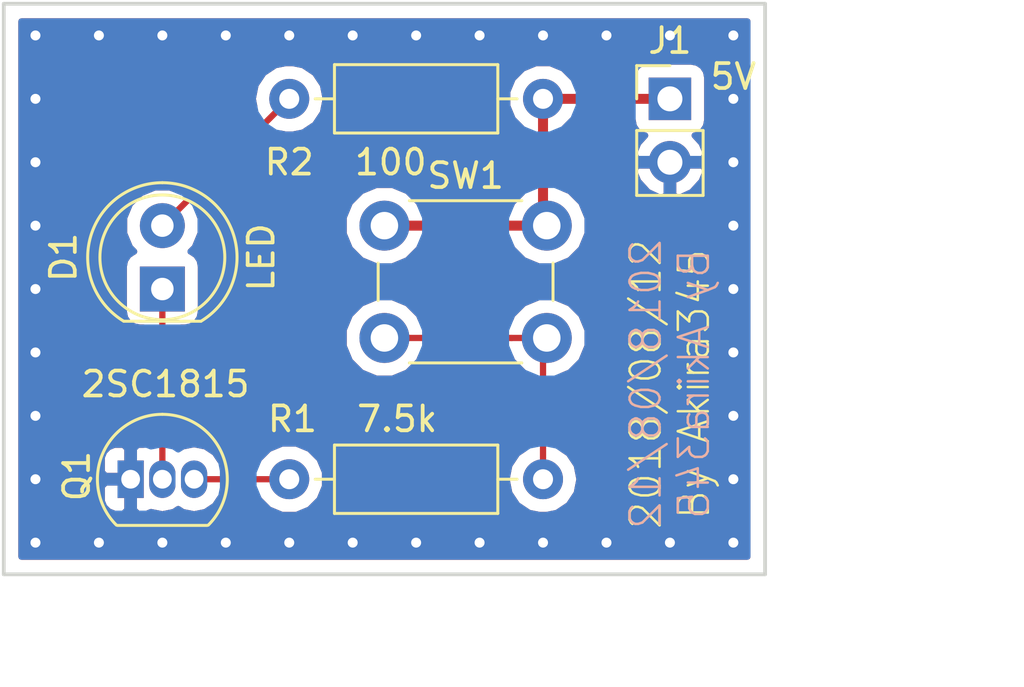
<source format=kicad_pcb>
(kicad_pcb (version 20171130) (host pcbnew "(5.0.0)")

  (general
    (thickness 1.6)
    (drawings 9)
    (tracks 50)
    (zones 0)
    (modules 6)
    (nets 7)
  )

  (page A4)
  (layers
    (0 F.Cu signal)
    (31 B.Cu signal)
    (32 B.Adhes user)
    (33 F.Adhes user)
    (34 B.Paste user)
    (35 F.Paste user)
    (36 B.SilkS user)
    (37 F.SilkS user)
    (38 B.Mask user)
    (39 F.Mask user)
    (40 Dwgs.User user)
    (41 Cmts.User user)
    (42 Eco1.User user)
    (43 Eco2.User user)
    (44 Edge.Cuts user)
    (45 Margin user)
    (46 B.CrtYd user)
    (47 F.CrtYd user)
    (48 B.Fab user)
    (49 F.Fab user)
  )

  (setup
    (last_trace_width 0.25)
    (trace_clearance 0.2)
    (zone_clearance 0.508)
    (zone_45_only no)
    (trace_min 0.2)
    (segment_width 0.2)
    (edge_width 0.15)
    (via_size 0.8)
    (via_drill 0.4)
    (via_min_size 0.4)
    (via_min_drill 0.3)
    (uvia_size 0.3)
    (uvia_drill 0.1)
    (uvias_allowed no)
    (uvia_min_size 0.2)
    (uvia_min_drill 0.1)
    (pcb_text_width 0.3)
    (pcb_text_size 1.5 1.5)
    (mod_edge_width 0.15)
    (mod_text_size 1 1)
    (mod_text_width 0.15)
    (pad_size 1.524 1.524)
    (pad_drill 0.762)
    (pad_to_mask_clearance 0.2)
    (aux_axis_origin 67.31 57.15)
    (visible_elements 7FFFF7FF)
    (pcbplotparams
      (layerselection 0x010f0_ffffffff)
      (usegerberextensions true)
      (usegerberattributes false)
      (usegerberadvancedattributes false)
      (creategerberjobfile false)
      (excludeedgelayer true)
      (linewidth 0.100000)
      (plotframeref false)
      (viasonmask false)
      (mode 1)
      (useauxorigin true)
      (hpglpennumber 1)
      (hpglpenspeed 20)
      (hpglpendiameter 15.000000)
      (psnegative false)
      (psa4output false)
      (plotreference true)
      (plotvalue true)
      (plotinvisibletext false)
      (padsonsilk false)
      (subtractmaskfromsilk true)
      (outputformat 1)
      (mirror false)
      (drillshape 0)
      (scaleselection 1)
      (outputdirectory "./gerber/"))
  )

  (net 0 "")
  (net 1 "Net-(D1-Pad1)")
  (net 2 "Net-(D1-Pad2)")
  (net 3 "Net-(Q1-Pad3)")
  (net 4 GND)
  (net 5 "Net-(R1-Pad2)")
  (net 6 +5V)

  (net_class Default "これはデフォルトのネット クラスです。"
    (clearance 0.2)
    (trace_width 0.25)
    (via_dia 0.8)
    (via_drill 0.4)
    (uvia_dia 0.3)
    (uvia_drill 0.1)
    (add_net "Net-(D1-Pad1)")
    (add_net "Net-(D1-Pad2)")
    (add_net "Net-(Q1-Pad3)")
    (add_net "Net-(R1-Pad2)")
  )

  (net_class Power ""
    (clearance 0.2)
    (trace_width 0.4)
    (via_dia 0.8)
    (via_drill 0.4)
    (uvia_dia 0.3)
    (uvia_drill 0.1)
    (add_net +5V)
    (add_net GND)
  )

  (module Connector_PinHeader_2.54mm:PinHeader_1x02_P2.54mm_Vertical (layer F.Cu) (tedit 5B573539) (tstamp 5B63CF46)
    (at 93.98 38.1)
    (descr "Through hole straight pin header, 1x02, 2.54mm pitch, single row")
    (tags "Through hole pin header THT 1x02 2.54mm single row")
    (path /5B57383A)
    (fp_text reference J1 (at 0 -2.33) (layer F.SilkS)
      (effects (font (size 1 1) (thickness 0.15)))
    )
    (fp_text value Power5V (at -0.127 5.08) (layer F.Fab)
      (effects (font (size 1 1) (thickness 0.15)))
    )
    (fp_line (start -0.635 -1.27) (end 1.27 -1.27) (layer F.Fab) (width 0.1))
    (fp_line (start 1.27 -1.27) (end 1.27 3.81) (layer F.Fab) (width 0.1))
    (fp_line (start 1.27 3.81) (end -1.27 3.81) (layer F.Fab) (width 0.1))
    (fp_line (start -1.27 3.81) (end -1.27 -0.635) (layer F.Fab) (width 0.1))
    (fp_line (start -1.27 -0.635) (end -0.635 -1.27) (layer F.Fab) (width 0.1))
    (fp_line (start -1.33 3.87) (end 1.33 3.87) (layer F.SilkS) (width 0.12))
    (fp_line (start -1.33 1.27) (end -1.33 3.87) (layer F.SilkS) (width 0.12))
    (fp_line (start 1.33 1.27) (end 1.33 3.87) (layer F.SilkS) (width 0.12))
    (fp_line (start -1.33 1.27) (end 1.33 1.27) (layer F.SilkS) (width 0.12))
    (fp_line (start -1.33 0) (end -1.33 -1.33) (layer F.SilkS) (width 0.12))
    (fp_line (start -1.33 -1.33) (end 0 -1.33) (layer F.SilkS) (width 0.12))
    (fp_line (start -1.8 -1.8) (end -1.8 4.35) (layer F.CrtYd) (width 0.05))
    (fp_line (start -1.8 4.35) (end 1.8 4.35) (layer F.CrtYd) (width 0.05))
    (fp_line (start 1.8 4.35) (end 1.8 -1.8) (layer F.CrtYd) (width 0.05))
    (fp_line (start 1.8 -1.8) (end -1.8 -1.8) (layer F.CrtYd) (width 0.05))
    (fp_text user %R (at 0 1.27 90) (layer F.Fab)
      (effects (font (size 1 1) (thickness 0.15)))
    )
    (pad 1 thru_hole rect (at 0 0) (size 1.7 1.7) (drill 1) (layers *.Cu *.Mask)
      (net 6 +5V))
    (pad 2 thru_hole oval (at 0 2.54) (size 1.7 1.7) (drill 1) (layers *.Cu *.Mask)
      (net 4 GND))
    (model ${KISYS3DMOD}/Connector_PinHeader_2.54mm.3dshapes/PinHeader_1x02_P2.54mm_Vertical.wrl
      (at (xyz 0 0 0))
      (scale (xyz 1 1 1))
      (rotate (xyz 0 0 0))
    )
  )

  (module LED_THT:LED_D5.0mm (layer F.Cu) (tedit 5B6FC1F1) (tstamp 5B63BB9F)
    (at 73.66 45.72 90)
    (descr "LED, diameter 5.0mm, 2 pins, http://cdn-reichelt.de/documents/datenblatt/A500/LL-504BC2E-009.pdf")
    (tags "LED diameter 5.0mm 2 pins")
    (path /5B5720F7)
    (fp_text reference D1 (at 1.27 -3.96 90) (layer F.SilkS)
      (effects (font (size 1 1) (thickness 0.15)))
    )
    (fp_text value LED (at 1.27 3.96 90) (layer F.SilkS)
      (effects (font (size 1 1) (thickness 0.15)))
    )
    (fp_arc (start 1.27 0) (end -1.23 -1.469694) (angle 299.1) (layer F.Fab) (width 0.1))
    (fp_arc (start 1.27 0) (end -1.29 -1.54483) (angle 148.9) (layer F.SilkS) (width 0.12))
    (fp_arc (start 1.27 0) (end -1.29 1.54483) (angle -148.9) (layer F.SilkS) (width 0.12))
    (fp_circle (center 1.27 0) (end 3.77 0) (layer F.Fab) (width 0.1))
    (fp_circle (center 1.27 0) (end 3.77 0) (layer F.SilkS) (width 0.12))
    (fp_line (start -1.23 -1.469694) (end -1.23 1.469694) (layer F.Fab) (width 0.1))
    (fp_line (start -1.29 -1.545) (end -1.29 1.545) (layer F.SilkS) (width 0.12))
    (fp_line (start -1.95 -3.25) (end -1.95 3.25) (layer F.CrtYd) (width 0.05))
    (fp_line (start -1.95 3.25) (end 4.5 3.25) (layer F.CrtYd) (width 0.05))
    (fp_line (start 4.5 3.25) (end 4.5 -3.25) (layer F.CrtYd) (width 0.05))
    (fp_line (start 4.5 -3.25) (end -1.95 -3.25) (layer F.CrtYd) (width 0.05))
    (fp_text user %R (at 1.25 0 90) (layer F.Fab)
      (effects (font (size 0.8 0.8) (thickness 0.2)))
    )
    (pad 1 thru_hole rect (at 0 0 90) (size 1.8 1.8) (drill 0.9) (layers *.Cu *.Mask)
      (net 1 "Net-(D1-Pad1)"))
    (pad 2 thru_hole circle (at 2.54 0 90) (size 1.8 1.8) (drill 0.9) (layers *.Cu *.Mask)
      (net 2 "Net-(D1-Pad2)"))
    (model ${KISYS3DMOD}/LED_THT.3dshapes/LED_D5.0mm.wrl
      (at (xyz 0 0 0))
      (scale (xyz 1 1 1))
      (rotate (xyz 0 0 0))
    )
  )

  (module Package_TO_SOT_THT:TO-92_Inline (layer F.Cu) (tedit 5B6FC1E5) (tstamp 5B63BBB1)
    (at 72.39 53.34)
    (descr "TO-92 leads in-line, narrow, oval pads, drill 0.75mm (see NXP sot054_po.pdf)")
    (tags "to-92 sc-43 sc-43a sot54 PA33 transistor")
    (path /5B571FEC)
    (fp_text reference Q1 (at -2.159 -0.127 90) (layer F.SilkS)
      (effects (font (size 1 1) (thickness 0.15)))
    )
    (fp_text value 2SC1815 (at 1.397 -3.81) (layer F.SilkS)
      (effects (font (size 1 1) (thickness 0.15)))
    )
    (fp_text user %R (at 1.27 -3.56) (layer F.Fab)
      (effects (font (size 1 1) (thickness 0.15)))
    )
    (fp_line (start -0.53 1.85) (end 3.07 1.85) (layer F.SilkS) (width 0.12))
    (fp_line (start -0.5 1.75) (end 3 1.75) (layer F.Fab) (width 0.1))
    (fp_line (start -1.46 -2.73) (end 4 -2.73) (layer F.CrtYd) (width 0.05))
    (fp_line (start -1.46 -2.73) (end -1.46 2.01) (layer F.CrtYd) (width 0.05))
    (fp_line (start 4 2.01) (end 4 -2.73) (layer F.CrtYd) (width 0.05))
    (fp_line (start 4 2.01) (end -1.46 2.01) (layer F.CrtYd) (width 0.05))
    (fp_arc (start 1.27 0) (end 1.27 -2.48) (angle 135) (layer F.Fab) (width 0.1))
    (fp_arc (start 1.27 0) (end 1.27 -2.6) (angle -135) (layer F.SilkS) (width 0.12))
    (fp_arc (start 1.27 0) (end 1.27 -2.48) (angle -135) (layer F.Fab) (width 0.1))
    (fp_arc (start 1.27 0) (end 1.27 -2.6) (angle 135) (layer F.SilkS) (width 0.12))
    (pad 2 thru_hole oval (at 1.27 0) (size 1.05 1.5) (drill 0.75) (layers *.Cu *.Mask)
      (net 1 "Net-(D1-Pad1)"))
    (pad 3 thru_hole oval (at 2.54 0) (size 1.05 1.5) (drill 0.75) (layers *.Cu *.Mask)
      (net 3 "Net-(Q1-Pad3)"))
    (pad 1 thru_hole rect (at 0 0) (size 1.05 1.5) (drill 0.75) (layers *.Cu *.Mask)
      (net 4 GND))
    (model ${KISYS3DMOD}/Package_TO_SOT_THT.3dshapes/TO-92_Inline.wrl
      (at (xyz 0 0 0))
      (scale (xyz 1 1 1))
      (rotate (xyz 0 0 0))
    )
  )

  (module Resistor_THT:R_Axial_DIN0207_L6.3mm_D2.5mm_P10.16mm_Horizontal (layer F.Cu) (tedit 5B6FC17D) (tstamp 5B63BBC8)
    (at 78.74 53.34)
    (descr "Resistor, Axial_DIN0207 series, Axial, Horizontal, pin pitch=10.16mm, 0.25W = 1/4W, length*diameter=6.3*2.5mm^2, http://cdn-reichelt.de/documents/datenblatt/B400/1_4W%23YAG.pdf")
    (tags "Resistor Axial_DIN0207 series Axial Horizontal pin pitch 10.16mm 0.25W = 1/4W length 6.3mm diameter 2.5mm")
    (path /5B57209A)
    (fp_text reference R1 (at 0.127 -2.413) (layer F.SilkS)
      (effects (font (size 1 1) (thickness 0.15)))
    )
    (fp_text value 7.5k (at 4.318 -2.413) (layer F.SilkS)
      (effects (font (size 1 1) (thickness 0.15)))
    )
    (fp_text user %R (at 5.08 0) (layer F.Fab)
      (effects (font (size 1 1) (thickness 0.15)))
    )
    (fp_line (start 11.21 -1.5) (end -1.05 -1.5) (layer F.CrtYd) (width 0.05))
    (fp_line (start 11.21 1.5) (end 11.21 -1.5) (layer F.CrtYd) (width 0.05))
    (fp_line (start -1.05 1.5) (end 11.21 1.5) (layer F.CrtYd) (width 0.05))
    (fp_line (start -1.05 -1.5) (end -1.05 1.5) (layer F.CrtYd) (width 0.05))
    (fp_line (start 9.12 0) (end 8.35 0) (layer F.SilkS) (width 0.12))
    (fp_line (start 1.04 0) (end 1.81 0) (layer F.SilkS) (width 0.12))
    (fp_line (start 8.35 -1.37) (end 1.81 -1.37) (layer F.SilkS) (width 0.12))
    (fp_line (start 8.35 1.37) (end 8.35 -1.37) (layer F.SilkS) (width 0.12))
    (fp_line (start 1.81 1.37) (end 8.35 1.37) (layer F.SilkS) (width 0.12))
    (fp_line (start 1.81 -1.37) (end 1.81 1.37) (layer F.SilkS) (width 0.12))
    (fp_line (start 10.16 0) (end 8.23 0) (layer F.Fab) (width 0.1))
    (fp_line (start 0 0) (end 1.93 0) (layer F.Fab) (width 0.1))
    (fp_line (start 8.23 -1.25) (end 1.93 -1.25) (layer F.Fab) (width 0.1))
    (fp_line (start 8.23 1.25) (end 8.23 -1.25) (layer F.Fab) (width 0.1))
    (fp_line (start 1.93 1.25) (end 8.23 1.25) (layer F.Fab) (width 0.1))
    (fp_line (start 1.93 -1.25) (end 1.93 1.25) (layer F.Fab) (width 0.1))
    (pad 2 thru_hole oval (at 10.16 0) (size 1.6 1.6) (drill 0.8) (layers *.Cu *.Mask)
      (net 5 "Net-(R1-Pad2)"))
    (pad 1 thru_hole circle (at 0 0) (size 1.6 1.6) (drill 0.8) (layers *.Cu *.Mask)
      (net 3 "Net-(Q1-Pad3)"))
    (model ${KISYS3DMOD}/Resistor_THT.3dshapes/R_Axial_DIN0207_L6.3mm_D2.5mm_P10.16mm_Horizontal.wrl
      (at (xyz 0 0 0))
      (scale (xyz 1 1 1))
      (rotate (xyz 0 0 0))
    )
  )

  (module Resistor_THT:R_Axial_DIN0207_L6.3mm_D2.5mm_P10.16mm_Horizontal (layer F.Cu) (tedit 5B6FC16D) (tstamp 5B63BBDF)
    (at 88.9 38.1 180)
    (descr "Resistor, Axial_DIN0207 series, Axial, Horizontal, pin pitch=10.16mm, 0.25W = 1/4W, length*diameter=6.3*2.5mm^2, http://cdn-reichelt.de/documents/datenblatt/B400/1_4W%23YAG.pdf")
    (tags "Resistor Axial_DIN0207 series Axial Horizontal pin pitch 10.16mm 0.25W = 1/4W length 6.3mm diameter 2.5mm")
    (path /5B572060)
    (fp_text reference R2 (at 10.16 -2.54 180) (layer F.SilkS)
      (effects (font (size 1 1) (thickness 0.15)))
    )
    (fp_text value 100 (at 6.096 -2.54 180) (layer F.SilkS)
      (effects (font (size 1 1) (thickness 0.15)))
    )
    (fp_line (start 1.93 -1.25) (end 1.93 1.25) (layer F.Fab) (width 0.1))
    (fp_line (start 1.93 1.25) (end 8.23 1.25) (layer F.Fab) (width 0.1))
    (fp_line (start 8.23 1.25) (end 8.23 -1.25) (layer F.Fab) (width 0.1))
    (fp_line (start 8.23 -1.25) (end 1.93 -1.25) (layer F.Fab) (width 0.1))
    (fp_line (start 0 0) (end 1.93 0) (layer F.Fab) (width 0.1))
    (fp_line (start 10.16 0) (end 8.23 0) (layer F.Fab) (width 0.1))
    (fp_line (start 1.81 -1.37) (end 1.81 1.37) (layer F.SilkS) (width 0.12))
    (fp_line (start 1.81 1.37) (end 8.35 1.37) (layer F.SilkS) (width 0.12))
    (fp_line (start 8.35 1.37) (end 8.35 -1.37) (layer F.SilkS) (width 0.12))
    (fp_line (start 8.35 -1.37) (end 1.81 -1.37) (layer F.SilkS) (width 0.12))
    (fp_line (start 1.04 0) (end 1.81 0) (layer F.SilkS) (width 0.12))
    (fp_line (start 9.12 0) (end 8.35 0) (layer F.SilkS) (width 0.12))
    (fp_line (start -1.05 -1.5) (end -1.05 1.5) (layer F.CrtYd) (width 0.05))
    (fp_line (start -1.05 1.5) (end 11.21 1.5) (layer F.CrtYd) (width 0.05))
    (fp_line (start 11.21 1.5) (end 11.21 -1.5) (layer F.CrtYd) (width 0.05))
    (fp_line (start 11.21 -1.5) (end -1.05 -1.5) (layer F.CrtYd) (width 0.05))
    (fp_text user %R (at 5.08 0 180) (layer F.Fab)
      (effects (font (size 1 1) (thickness 0.15)))
    )
    (pad 1 thru_hole circle (at 0 0 180) (size 1.6 1.6) (drill 0.8) (layers *.Cu *.Mask)
      (net 6 +5V))
    (pad 2 thru_hole oval (at 10.16 0 180) (size 1.6 1.6) (drill 0.8) (layers *.Cu *.Mask)
      (net 2 "Net-(D1-Pad2)"))
    (model ${KISYS3DMOD}/Resistor_THT.3dshapes/R_Axial_DIN0207_L6.3mm_D2.5mm_P10.16mm_Horizontal.wrl
      (at (xyz 0 0 0))
      (scale (xyz 1 1 1))
      (rotate (xyz 0 0 0))
    )
  )

  (module Button_Switch_THT:SW_PUSH_6mm (layer F.Cu) (tedit 5A02FE31) (tstamp 5B63BBFE)
    (at 82.55 43.18)
    (descr https://www.omron.com/ecb/products/pdf/en-b3f.pdf)
    (tags "tact sw push 6mm")
    (path /5B57215F)
    (fp_text reference SW1 (at 3.25 -2) (layer F.SilkS)
      (effects (font (size 1 1) (thickness 0.15)))
    )
    (fp_text value SW_Push (at 3.75 6.7) (layer F.Fab)
      (effects (font (size 1 1) (thickness 0.15)))
    )
    (fp_text user %R (at 3.25 2.25) (layer F.Fab)
      (effects (font (size 1 1) (thickness 0.15)))
    )
    (fp_line (start 3.25 -0.75) (end 6.25 -0.75) (layer F.Fab) (width 0.1))
    (fp_line (start 6.25 -0.75) (end 6.25 5.25) (layer F.Fab) (width 0.1))
    (fp_line (start 6.25 5.25) (end 0.25 5.25) (layer F.Fab) (width 0.1))
    (fp_line (start 0.25 5.25) (end 0.25 -0.75) (layer F.Fab) (width 0.1))
    (fp_line (start 0.25 -0.75) (end 3.25 -0.75) (layer F.Fab) (width 0.1))
    (fp_line (start 7.75 6) (end 8 6) (layer F.CrtYd) (width 0.05))
    (fp_line (start 8 6) (end 8 5.75) (layer F.CrtYd) (width 0.05))
    (fp_line (start 7.75 -1.5) (end 8 -1.5) (layer F.CrtYd) (width 0.05))
    (fp_line (start 8 -1.5) (end 8 -1.25) (layer F.CrtYd) (width 0.05))
    (fp_line (start -1.5 -1.25) (end -1.5 -1.5) (layer F.CrtYd) (width 0.05))
    (fp_line (start -1.5 -1.5) (end -1.25 -1.5) (layer F.CrtYd) (width 0.05))
    (fp_line (start -1.5 5.75) (end -1.5 6) (layer F.CrtYd) (width 0.05))
    (fp_line (start -1.5 6) (end -1.25 6) (layer F.CrtYd) (width 0.05))
    (fp_line (start -1.25 -1.5) (end 7.75 -1.5) (layer F.CrtYd) (width 0.05))
    (fp_line (start -1.5 5.75) (end -1.5 -1.25) (layer F.CrtYd) (width 0.05))
    (fp_line (start 7.75 6) (end -1.25 6) (layer F.CrtYd) (width 0.05))
    (fp_line (start 8 -1.25) (end 8 5.75) (layer F.CrtYd) (width 0.05))
    (fp_line (start 1 5.5) (end 5.5 5.5) (layer F.SilkS) (width 0.12))
    (fp_line (start -0.25 1.5) (end -0.25 3) (layer F.SilkS) (width 0.12))
    (fp_line (start 5.5 -1) (end 1 -1) (layer F.SilkS) (width 0.12))
    (fp_line (start 6.75 3) (end 6.75 1.5) (layer F.SilkS) (width 0.12))
    (fp_circle (center 3.25 2.25) (end 1.25 2.5) (layer F.Fab) (width 0.1))
    (pad 2 thru_hole circle (at 0 4.5 90) (size 2 2) (drill 1.1) (layers *.Cu *.Mask)
      (net 5 "Net-(R1-Pad2)"))
    (pad 1 thru_hole circle (at 0 0 90) (size 2 2) (drill 1.1) (layers *.Cu *.Mask)
      (net 6 +5V))
    (pad 2 thru_hole circle (at 6.5 4.5 90) (size 2 2) (drill 1.1) (layers *.Cu *.Mask)
      (net 5 "Net-(R1-Pad2)"))
    (pad 1 thru_hole circle (at 6.5 0 90) (size 2 2) (drill 1.1) (layers *.Cu *.Mask)
      (net 6 +5V))
    (model ${KISYS3DMOD}/Button_Switch_THT.3dshapes/SW_PUSH_6mm.wrl
      (at (xyz 0 0 0))
      (scale (xyz 1 1 1))
      (rotate (xyz 0 0 0))
    )
  )

  (gr_text "2018/08/12\nBy Akira345" (at 93.98 49.53 90) (layer F.SilkS) (tstamp 5B6FC009)
    (effects (font (size 1.2 1.2) (thickness 0.1)))
  )
  (gr_text "2018/08/12\nBy Akira345" (at 93.98 49.53 90) (layer B.SilkS)
    (effects (font (size 1.2 1.2) (thickness 0.1)) (justify mirror))
  )
  (gr_line (start 67.31 34.29) (end 97.79 34.29) (layer Edge.Cuts) (width 0.15))
  (gr_line (start 67.31 57.15) (end 67.31 34.29) (layer Edge.Cuts) (width 0.15))
  (gr_line (start 97.79 57.15) (end 67.31 57.15) (layer Edge.Cuts) (width 0.15))
  (gr_line (start 97.79 34.29) (end 97.79 57.15) (layer Edge.Cuts) (width 0.15))
  (dimension 30.48 (width 0.3) (layer Dwgs.User)
    (gr_text "30.480 mm" (at 82.55 63.06) (layer Dwgs.User)
      (effects (font (size 1.5 1.5) (thickness 0.3)))
    )
    (feature1 (pts (xy 67.31 57.15) (xy 67.31 61.546421)))
    (feature2 (pts (xy 97.79 57.15) (xy 97.79 61.546421)))
    (crossbar (pts (xy 97.79 60.96) (xy 67.31 60.96)))
    (arrow1a (pts (xy 67.31 60.96) (xy 68.436504 60.373579)))
    (arrow1b (pts (xy 67.31 60.96) (xy 68.436504 61.546421)))
    (arrow2a (pts (xy 97.79 60.96) (xy 96.663496 60.373579)))
    (arrow2b (pts (xy 97.79 60.96) (xy 96.663496 61.546421)))
  )
  (dimension 22.86 (width 0.3) (layer Dwgs.User)
    (gr_text "22.860 mm" (at 106.24 45.72 270) (layer Dwgs.User)
      (effects (font (size 1.5 1.5) (thickness 0.3)))
    )
    (feature1 (pts (xy 97.79 57.15) (xy 104.726421 57.15)))
    (feature2 (pts (xy 97.79 34.29) (xy 104.726421 34.29)))
    (crossbar (pts (xy 104.14 34.29) (xy 104.14 57.15)))
    (arrow1a (pts (xy 104.14 57.15) (xy 103.553579 56.023496)))
    (arrow1b (pts (xy 104.14 57.15) (xy 104.726421 56.023496)))
    (arrow2a (pts (xy 104.14 34.29) (xy 103.553579 35.416504)))
    (arrow2b (pts (xy 104.14 34.29) (xy 104.726421 35.416504)))
  )
  (gr_text 5V (at 96.52 37.211) (layer F.SilkS)
    (effects (font (size 1 1) (thickness 0.15)))
  )

  (segment (start 73.66 45.72) (end 73.66 53.34) (width 0.25) (layer F.Cu) (net 1))
  (segment (start 78.74 38.1) (end 73.66 43.18) (width 0.25) (layer F.Cu) (net 2))
  (segment (start 74.93 53.34) (end 78.74 53.34) (width 0.25) (layer F.Cu) (net 3))
  (via (at 68.58 53.34) (size 0.8) (drill 0.4) (layers F.Cu B.Cu) (net 4))
  (via (at 68.58 50.8) (size 0.8) (drill 0.4) (layers F.Cu B.Cu) (net 4))
  (via (at 68.58 48.26) (size 0.8) (drill 0.4) (layers F.Cu B.Cu) (net 4))
  (via (at 68.58 45.72) (size 0.8) (drill 0.4) (layers F.Cu B.Cu) (net 4))
  (via (at 68.58 43.18) (size 0.8) (drill 0.4) (layers F.Cu B.Cu) (net 4))
  (via (at 68.58 40.64) (size 0.8) (drill 0.4) (layers F.Cu B.Cu) (net 4))
  (via (at 68.58 38.1) (size 0.8) (drill 0.4) (layers F.Cu B.Cu) (net 4))
  (via (at 68.58 35.56) (size 0.8) (drill 0.4) (layers F.Cu B.Cu) (net 4))
  (via (at 96.52 35.56) (size 0.8) (drill 0.4) (layers F.Cu B.Cu) (net 4))
  (via (at 93.98 35.56) (size 0.8) (drill 0.4) (layers F.Cu B.Cu) (net 4))
  (via (at 91.44 35.56) (size 0.8) (drill 0.4) (layers F.Cu B.Cu) (net 4))
  (via (at 88.9 35.56) (size 0.8) (drill 0.4) (layers F.Cu B.Cu) (net 4))
  (via (at 86.36 35.56) (size 0.8) (drill 0.4) (layers F.Cu B.Cu) (net 4))
  (via (at 83.82 35.56) (size 0.8) (drill 0.4) (layers F.Cu B.Cu) (net 4))
  (via (at 81.28 35.56) (size 0.8) (drill 0.4) (layers F.Cu B.Cu) (net 4))
  (via (at 78.74 35.56) (size 0.8) (drill 0.4) (layers F.Cu B.Cu) (net 4))
  (via (at 76.2 35.56) (size 0.8) (drill 0.4) (layers F.Cu B.Cu) (net 4))
  (via (at 73.66 35.56) (size 0.8) (drill 0.4) (layers F.Cu B.Cu) (net 4))
  (via (at 71.12 35.56) (size 0.8) (drill 0.4) (layers F.Cu B.Cu) (net 4))
  (via (at 71.12 55.88) (size 0.8) (drill 0.4) (layers F.Cu B.Cu) (net 4))
  (via (at 73.66 55.88) (size 0.8) (drill 0.4) (layers F.Cu B.Cu) (net 4))
  (via (at 76.2 55.88) (size 0.8) (drill 0.4) (layers F.Cu B.Cu) (net 4))
  (via (at 78.74 55.88) (size 0.8) (drill 0.4) (layers F.Cu B.Cu) (net 4))
  (via (at 81.28 55.88) (size 0.8) (drill 0.4) (layers F.Cu B.Cu) (net 4))
  (via (at 83.82 55.88) (size 0.8) (drill 0.4) (layers F.Cu B.Cu) (net 4))
  (via (at 86.36 55.88) (size 0.8) (drill 0.4) (layers F.Cu B.Cu) (net 4))
  (via (at 88.9 55.88) (size 0.8) (drill 0.4) (layers F.Cu B.Cu) (net 4))
  (via (at 91.44 55.88) (size 0.8) (drill 0.4) (layers F.Cu B.Cu) (net 4))
  (via (at 93.98 55.88) (size 0.8) (drill 0.4) (layers F.Cu B.Cu) (net 4))
  (via (at 96.52 55.88) (size 0.8) (drill 0.4) (layers F.Cu B.Cu) (net 4))
  (via (at 96.52 53.34) (size 0.8) (drill 0.4) (layers F.Cu B.Cu) (net 4))
  (via (at 96.52 50.8) (size 0.8) (drill 0.4) (layers F.Cu B.Cu) (net 4))
  (via (at 96.52 48.26) (size 0.8) (drill 0.4) (layers F.Cu B.Cu) (net 4))
  (via (at 96.52 45.72) (size 0.8) (drill 0.4) (layers F.Cu B.Cu) (net 4))
  (via (at 96.52 43.18) (size 0.8) (drill 0.4) (layers F.Cu B.Cu) (net 4))
  (via (at 96.52 40.64) (size 0.8) (drill 0.4) (layers F.Cu B.Cu) (net 4))
  (via (at 96.52 38.1) (size 0.8) (drill 0.4) (layers F.Cu B.Cu) (net 4))
  (segment (start 68.58 55.88) (end 68.58 55.88) (width 0.4) (layer B.Cu) (net 4) (tstamp 5B63D645))
  (via (at 68.58 55.88) (size 0.8) (drill 0.4) (layers F.Cu B.Cu) (net 4))
  (segment (start 88.9 47.83) (end 89.05 47.68) (width 0.25) (layer F.Cu) (net 5))
  (segment (start 88.9 53.34) (end 88.9 47.83) (width 0.25) (layer F.Cu) (net 5))
  (segment (start 87.635787 47.68) (end 82.55 47.68) (width 0.25) (layer F.Cu) (net 5))
  (segment (start 89.05 47.68) (end 87.635787 47.68) (width 0.25) (layer F.Cu) (net 5))
  (segment (start 93.98 38.1) (end 88.9 38.1) (width 0.4) (layer F.Cu) (net 6))
  (segment (start 88.9 43.03) (end 89.05 43.18) (width 0.4) (layer F.Cu) (net 6))
  (segment (start 88.9 38.1) (end 88.9 43.03) (width 0.4) (layer F.Cu) (net 6))
  (segment (start 89.05 43.18) (end 82.55 43.18) (width 0.4) (layer F.Cu) (net 6))

  (zone (net 4) (net_name GND) (layer F.Cu) (tstamp 5B7C0C79) (hatch edge 0.508)
    (connect_pads (clearance 0.508))
    (min_thickness 0.254)
    (fill yes (arc_segments 16) (thermal_gap 0.508) (thermal_bridge_width 0.508))
    (polygon
      (pts
        (xy 67.31 34.29) (xy 67.31 57.15) (xy 97.79 57.15) (xy 97.79 34.29)
      )
    )
    (filled_polygon
      (pts
        (xy 97.080001 56.44) (xy 68.02 56.44) (xy 68.02 53.62575) (xy 71.23 53.62575) (xy 71.23 54.21631)
        (xy 71.326673 54.449699) (xy 71.505302 54.628327) (xy 71.738691 54.725) (xy 72.10425 54.725) (xy 72.263 54.56625)
        (xy 72.263 53.467) (xy 71.38875 53.467) (xy 71.23 53.62575) (xy 68.02 53.62575) (xy 68.02 52.46369)
        (xy 71.23 52.46369) (xy 71.23 53.05425) (xy 71.38875 53.213) (xy 72.263 53.213) (xy 72.263 52.11375)
        (xy 72.10425 51.955) (xy 71.738691 51.955) (xy 71.505302 52.051673) (xy 71.326673 52.230301) (xy 71.23 52.46369)
        (xy 68.02 52.46369) (xy 68.02 44.82) (xy 72.11256 44.82) (xy 72.11256 46.62) (xy 72.161843 46.867765)
        (xy 72.302191 47.077809) (xy 72.512235 47.218157) (xy 72.76 47.26744) (xy 72.9 47.26744) (xy 72.900001 51.955)
        (xy 72.67575 51.955) (xy 72.517 52.11375) (xy 72.517 52.915291) (xy 72.5 53.000755) (xy 72.5 53.679246)
        (xy 72.517 53.76471) (xy 72.517 54.56625) (xy 72.67575 54.725) (xy 73.041309 54.725) (xy 73.206016 54.656776)
        (xy 73.207392 54.657695) (xy 73.66 54.747725) (xy 74.112609 54.657695) (xy 74.295 54.535825) (xy 74.477392 54.657695)
        (xy 74.93 54.747725) (xy 75.382609 54.657695) (xy 75.766313 54.401313) (xy 75.967643 54.1) (xy 77.50157 54.1)
        (xy 77.523466 54.152862) (xy 77.927138 54.556534) (xy 78.454561 54.775) (xy 79.025439 54.775) (xy 79.552862 54.556534)
        (xy 79.956534 54.152862) (xy 80.175 53.625439) (xy 80.175 53.054561) (xy 79.956534 52.527138) (xy 79.552862 52.123466)
        (xy 79.025439 51.905) (xy 78.454561 51.905) (xy 77.927138 52.123466) (xy 77.523466 52.527138) (xy 77.50157 52.58)
        (xy 75.967643 52.58) (xy 75.766313 52.278687) (xy 75.382608 52.022305) (xy 74.93 51.932275) (xy 74.477391 52.022305)
        (xy 74.42 52.060652) (xy 74.42 47.354778) (xy 80.915 47.354778) (xy 80.915 48.005222) (xy 81.163914 48.606153)
        (xy 81.623847 49.066086) (xy 82.224778 49.315) (xy 82.875222 49.315) (xy 83.476153 49.066086) (xy 83.936086 48.606153)
        (xy 84.004909 48.44) (xy 87.595091 48.44) (xy 87.663914 48.606153) (xy 88.123847 49.066086) (xy 88.140001 49.072777)
        (xy 88.14 52.121956) (xy 87.865423 52.305423) (xy 87.54826 52.780091) (xy 87.436887 53.34) (xy 87.54826 53.899909)
        (xy 87.865423 54.374577) (xy 88.340091 54.69174) (xy 88.758667 54.775) (xy 89.041333 54.775) (xy 89.459909 54.69174)
        (xy 89.934577 54.374577) (xy 90.25174 53.899909) (xy 90.363113 53.34) (xy 90.25174 52.780091) (xy 89.934577 52.305423)
        (xy 89.66 52.121957) (xy 89.66 49.197041) (xy 89.976153 49.066086) (xy 90.436086 48.606153) (xy 90.685 48.005222)
        (xy 90.685 47.354778) (xy 90.436086 46.753847) (xy 89.976153 46.293914) (xy 89.375222 46.045) (xy 88.724778 46.045)
        (xy 88.123847 46.293914) (xy 87.663914 46.753847) (xy 87.595091 46.92) (xy 84.004909 46.92) (xy 83.936086 46.753847)
        (xy 83.476153 46.293914) (xy 82.875222 46.045) (xy 82.224778 46.045) (xy 81.623847 46.293914) (xy 81.163914 46.753847)
        (xy 80.915 47.354778) (xy 74.42 47.354778) (xy 74.42 47.26744) (xy 74.56 47.26744) (xy 74.807765 47.218157)
        (xy 75.017809 47.077809) (xy 75.158157 46.867765) (xy 75.20744 46.62) (xy 75.20744 44.82) (xy 75.158157 44.572235)
        (xy 75.017809 44.362191) (xy 74.807765 44.221843) (xy 74.792092 44.218725) (xy 74.96131 44.049507) (xy 75.195 43.48533)
        (xy 75.195 42.87467) (xy 75.186761 42.854778) (xy 80.915 42.854778) (xy 80.915 43.505222) (xy 81.163914 44.106153)
        (xy 81.623847 44.566086) (xy 82.224778 44.815) (xy 82.875222 44.815) (xy 83.476153 44.566086) (xy 83.936086 44.106153)
        (xy 83.973843 44.015) (xy 87.626157 44.015) (xy 87.663914 44.106153) (xy 88.123847 44.566086) (xy 88.724778 44.815)
        (xy 89.375222 44.815) (xy 89.976153 44.566086) (xy 90.436086 44.106153) (xy 90.685 43.505222) (xy 90.685 42.854778)
        (xy 90.436086 42.253847) (xy 89.976153 41.793914) (xy 89.735 41.694025) (xy 89.735 40.99689) (xy 92.538524 40.99689)
        (xy 92.708355 41.406924) (xy 93.098642 41.835183) (xy 93.623108 42.081486) (xy 93.853 41.960819) (xy 93.853 40.767)
        (xy 94.107 40.767) (xy 94.107 41.960819) (xy 94.336892 42.081486) (xy 94.861358 41.835183) (xy 95.251645 41.406924)
        (xy 95.421476 40.99689) (xy 95.300155 40.767) (xy 94.107 40.767) (xy 93.853 40.767) (xy 92.659845 40.767)
        (xy 92.538524 40.99689) (xy 89.735 40.99689) (xy 89.735 39.294396) (xy 90.094396 38.935) (xy 92.48256 38.935)
        (xy 92.48256 38.95) (xy 92.531843 39.197765) (xy 92.672191 39.407809) (xy 92.882235 39.548157) (xy 92.985708 39.568739)
        (xy 92.708355 39.873076) (xy 92.538524 40.28311) (xy 92.659845 40.513) (xy 93.853 40.513) (xy 93.853 40.493)
        (xy 94.107 40.493) (xy 94.107 40.513) (xy 95.300155 40.513) (xy 95.421476 40.28311) (xy 95.251645 39.873076)
        (xy 94.974292 39.568739) (xy 95.077765 39.548157) (xy 95.287809 39.407809) (xy 95.428157 39.197765) (xy 95.47744 38.95)
        (xy 95.47744 37.25) (xy 95.428157 37.002235) (xy 95.287809 36.792191) (xy 95.077765 36.651843) (xy 94.83 36.60256)
        (xy 93.13 36.60256) (xy 92.882235 36.651843) (xy 92.672191 36.792191) (xy 92.531843 37.002235) (xy 92.48256 37.25)
        (xy 92.48256 37.265) (xy 90.094396 37.265) (xy 89.712862 36.883466) (xy 89.185439 36.665) (xy 88.614561 36.665)
        (xy 88.087138 36.883466) (xy 87.683466 37.287138) (xy 87.465 37.814561) (xy 87.465 38.385439) (xy 87.683466 38.912862)
        (xy 88.065 39.294396) (xy 88.065001 41.85276) (xy 87.663914 42.253847) (xy 87.626157 42.345) (xy 83.973843 42.345)
        (xy 83.936086 42.253847) (xy 83.476153 41.793914) (xy 82.875222 41.545) (xy 82.224778 41.545) (xy 81.623847 41.793914)
        (xy 81.163914 42.253847) (xy 80.915 42.854778) (xy 75.186761 42.854778) (xy 75.14964 42.765161) (xy 78.416114 39.498688)
        (xy 78.598667 39.535) (xy 78.881333 39.535) (xy 79.299909 39.45174) (xy 79.774577 39.134577) (xy 80.09174 38.659909)
        (xy 80.203113 38.1) (xy 80.09174 37.540091) (xy 79.774577 37.065423) (xy 79.299909 36.74826) (xy 78.881333 36.665)
        (xy 78.598667 36.665) (xy 78.180091 36.74826) (xy 77.705423 37.065423) (xy 77.38826 37.540091) (xy 77.276887 38.1)
        (xy 77.341312 38.423886) (xy 74.074839 41.69036) (xy 73.96533 41.645) (xy 73.35467 41.645) (xy 72.790493 41.87869)
        (xy 72.35869 42.310493) (xy 72.125 42.87467) (xy 72.125 43.48533) (xy 72.35869 44.049507) (xy 72.527908 44.218725)
        (xy 72.512235 44.221843) (xy 72.302191 44.362191) (xy 72.161843 44.572235) (xy 72.11256 44.82) (xy 68.02 44.82)
        (xy 68.02 35) (xy 97.08 35)
      )
    )
  )
  (zone (net 4) (net_name GND) (layer B.Cu) (tstamp 5B7C0C76) (hatch edge 0.508)
    (connect_pads (clearance 0.508))
    (min_thickness 0.254)
    (fill yes (arc_segments 16) (thermal_gap 0.508) (thermal_bridge_width 0.508))
    (polygon
      (pts
        (xy 67.31 34.29) (xy 67.31 57.15) (xy 97.79 57.15) (xy 97.79 34.29)
      )
    )
    (filled_polygon
      (pts
        (xy 97.080001 56.44) (xy 68.02 56.44) (xy 68.02 53.62575) (xy 71.23 53.62575) (xy 71.23 54.21631)
        (xy 71.326673 54.449699) (xy 71.505302 54.628327) (xy 71.738691 54.725) (xy 72.10425 54.725) (xy 72.263 54.56625)
        (xy 72.263 53.467) (xy 71.38875 53.467) (xy 71.23 53.62575) (xy 68.02 53.62575) (xy 68.02 52.46369)
        (xy 71.23 52.46369) (xy 71.23 53.05425) (xy 71.38875 53.213) (xy 72.263 53.213) (xy 72.263 53.000755)
        (xy 72.5 53.000755) (xy 72.5 53.679246) (xy 72.517 53.76471) (xy 72.517 54.56625) (xy 72.67575 54.725)
        (xy 73.041309 54.725) (xy 73.206016 54.656776) (xy 73.207392 54.657695) (xy 73.66 54.747725) (xy 74.112609 54.657695)
        (xy 74.295 54.535825) (xy 74.477392 54.657695) (xy 74.93 54.747725) (xy 75.382609 54.657695) (xy 75.766313 54.401313)
        (xy 76.022695 54.017608) (xy 76.09 53.679245) (xy 76.09 53.054561) (xy 77.305 53.054561) (xy 77.305 53.625439)
        (xy 77.523466 54.152862) (xy 77.927138 54.556534) (xy 78.454561 54.775) (xy 79.025439 54.775) (xy 79.552862 54.556534)
        (xy 79.956534 54.152862) (xy 80.175 53.625439) (xy 80.175 53.34) (xy 87.436887 53.34) (xy 87.54826 53.899909)
        (xy 87.865423 54.374577) (xy 88.340091 54.69174) (xy 88.758667 54.775) (xy 89.041333 54.775) (xy 89.459909 54.69174)
        (xy 89.934577 54.374577) (xy 90.25174 53.899909) (xy 90.363113 53.34) (xy 90.25174 52.780091) (xy 89.934577 52.305423)
        (xy 89.459909 51.98826) (xy 89.041333 51.905) (xy 88.758667 51.905) (xy 88.340091 51.98826) (xy 87.865423 52.305423)
        (xy 87.54826 52.780091) (xy 87.436887 53.34) (xy 80.175 53.34) (xy 80.175 53.054561) (xy 79.956534 52.527138)
        (xy 79.552862 52.123466) (xy 79.025439 51.905) (xy 78.454561 51.905) (xy 77.927138 52.123466) (xy 77.523466 52.527138)
        (xy 77.305 53.054561) (xy 76.09 53.054561) (xy 76.09 53.000754) (xy 76.022695 52.662391) (xy 75.766313 52.278687)
        (xy 75.382608 52.022305) (xy 74.93 51.932275) (xy 74.477391 52.022305) (xy 74.295 52.144175) (xy 74.112608 52.022305)
        (xy 73.66 51.932275) (xy 73.207391 52.022305) (xy 73.206016 52.023224) (xy 73.041309 51.955) (xy 72.67575 51.955)
        (xy 72.517 52.11375) (xy 72.517 52.915291) (xy 72.5 53.000755) (xy 72.263 53.000755) (xy 72.263 52.11375)
        (xy 72.10425 51.955) (xy 71.738691 51.955) (xy 71.505302 52.051673) (xy 71.326673 52.230301) (xy 71.23 52.46369)
        (xy 68.02 52.46369) (xy 68.02 47.354778) (xy 80.915 47.354778) (xy 80.915 48.005222) (xy 81.163914 48.606153)
        (xy 81.623847 49.066086) (xy 82.224778 49.315) (xy 82.875222 49.315) (xy 83.476153 49.066086) (xy 83.936086 48.606153)
        (xy 84.185 48.005222) (xy 84.185 47.354778) (xy 87.415 47.354778) (xy 87.415 48.005222) (xy 87.663914 48.606153)
        (xy 88.123847 49.066086) (xy 88.724778 49.315) (xy 89.375222 49.315) (xy 89.976153 49.066086) (xy 90.436086 48.606153)
        (xy 90.685 48.005222) (xy 90.685 47.354778) (xy 90.436086 46.753847) (xy 89.976153 46.293914) (xy 89.375222 46.045)
        (xy 88.724778 46.045) (xy 88.123847 46.293914) (xy 87.663914 46.753847) (xy 87.415 47.354778) (xy 84.185 47.354778)
        (xy 83.936086 46.753847) (xy 83.476153 46.293914) (xy 82.875222 46.045) (xy 82.224778 46.045) (xy 81.623847 46.293914)
        (xy 81.163914 46.753847) (xy 80.915 47.354778) (xy 68.02 47.354778) (xy 68.02 44.82) (xy 72.11256 44.82)
        (xy 72.11256 46.62) (xy 72.161843 46.867765) (xy 72.302191 47.077809) (xy 72.512235 47.218157) (xy 72.76 47.26744)
        (xy 74.56 47.26744) (xy 74.807765 47.218157) (xy 75.017809 47.077809) (xy 75.158157 46.867765) (xy 75.20744 46.62)
        (xy 75.20744 44.82) (xy 75.158157 44.572235) (xy 75.017809 44.362191) (xy 74.807765 44.221843) (xy 74.792092 44.218725)
        (xy 74.96131 44.049507) (xy 75.195 43.48533) (xy 75.195 42.87467) (xy 75.186761 42.854778) (xy 80.915 42.854778)
        (xy 80.915 43.505222) (xy 81.163914 44.106153) (xy 81.623847 44.566086) (xy 82.224778 44.815) (xy 82.875222 44.815)
        (xy 83.476153 44.566086) (xy 83.936086 44.106153) (xy 84.185 43.505222) (xy 84.185 42.854778) (xy 87.415 42.854778)
        (xy 87.415 43.505222) (xy 87.663914 44.106153) (xy 88.123847 44.566086) (xy 88.724778 44.815) (xy 89.375222 44.815)
        (xy 89.976153 44.566086) (xy 90.436086 44.106153) (xy 90.685 43.505222) (xy 90.685 42.854778) (xy 90.436086 42.253847)
        (xy 89.976153 41.793914) (xy 89.375222 41.545) (xy 88.724778 41.545) (xy 88.123847 41.793914) (xy 87.663914 42.253847)
        (xy 87.415 42.854778) (xy 84.185 42.854778) (xy 83.936086 42.253847) (xy 83.476153 41.793914) (xy 82.875222 41.545)
        (xy 82.224778 41.545) (xy 81.623847 41.793914) (xy 81.163914 42.253847) (xy 80.915 42.854778) (xy 75.186761 42.854778)
        (xy 74.96131 42.310493) (xy 74.529507 41.87869) (xy 73.96533 41.645) (xy 73.35467 41.645) (xy 72.790493 41.87869)
        (xy 72.35869 42.310493) (xy 72.125 42.87467) (xy 72.125 43.48533) (xy 72.35869 44.049507) (xy 72.527908 44.218725)
        (xy 72.512235 44.221843) (xy 72.302191 44.362191) (xy 72.161843 44.572235) (xy 72.11256 44.82) (xy 68.02 44.82)
        (xy 68.02 40.99689) (xy 92.538524 40.99689) (xy 92.708355 41.406924) (xy 93.098642 41.835183) (xy 93.623108 42.081486)
        (xy 93.853 41.960819) (xy 93.853 40.767) (xy 94.107 40.767) (xy 94.107 41.960819) (xy 94.336892 42.081486)
        (xy 94.861358 41.835183) (xy 95.251645 41.406924) (xy 95.421476 40.99689) (xy 95.300155 40.767) (xy 94.107 40.767)
        (xy 93.853 40.767) (xy 92.659845 40.767) (xy 92.538524 40.99689) (xy 68.02 40.99689) (xy 68.02 38.1)
        (xy 77.276887 38.1) (xy 77.38826 38.659909) (xy 77.705423 39.134577) (xy 78.180091 39.45174) (xy 78.598667 39.535)
        (xy 78.881333 39.535) (xy 79.299909 39.45174) (xy 79.774577 39.134577) (xy 80.09174 38.659909) (xy 80.203113 38.1)
        (xy 80.146336 37.814561) (xy 87.465 37.814561) (xy 87.465 38.385439) (xy 87.683466 38.912862) (xy 88.087138 39.316534)
        (xy 88.614561 39.535) (xy 89.185439 39.535) (xy 89.712862 39.316534) (xy 90.116534 38.912862) (xy 90.335 38.385439)
        (xy 90.335 37.814561) (xy 90.116534 37.287138) (xy 90.079396 37.25) (xy 92.48256 37.25) (xy 92.48256 38.95)
        (xy 92.531843 39.197765) (xy 92.672191 39.407809) (xy 92.882235 39.548157) (xy 92.985708 39.568739) (xy 92.708355 39.873076)
        (xy 92.538524 40.28311) (xy 92.659845 40.513) (xy 93.853 40.513) (xy 93.853 40.493) (xy 94.107 40.493)
        (xy 94.107 40.513) (xy 95.300155 40.513) (xy 95.421476 40.28311) (xy 95.251645 39.873076) (xy 94.974292 39.568739)
        (xy 95.077765 39.548157) (xy 95.287809 39.407809) (xy 95.428157 39.197765) (xy 95.47744 38.95) (xy 95.47744 37.25)
        (xy 95.428157 37.002235) (xy 95.287809 36.792191) (xy 95.077765 36.651843) (xy 94.83 36.60256) (xy 93.13 36.60256)
        (xy 92.882235 36.651843) (xy 92.672191 36.792191) (xy 92.531843 37.002235) (xy 92.48256 37.25) (xy 90.079396 37.25)
        (xy 89.712862 36.883466) (xy 89.185439 36.665) (xy 88.614561 36.665) (xy 88.087138 36.883466) (xy 87.683466 37.287138)
        (xy 87.465 37.814561) (xy 80.146336 37.814561) (xy 80.09174 37.540091) (xy 79.774577 37.065423) (xy 79.299909 36.74826)
        (xy 78.881333 36.665) (xy 78.598667 36.665) (xy 78.180091 36.74826) (xy 77.705423 37.065423) (xy 77.38826 37.540091)
        (xy 77.276887 38.1) (xy 68.02 38.1) (xy 68.02 35) (xy 97.08 35)
      )
    )
  )
)

</source>
